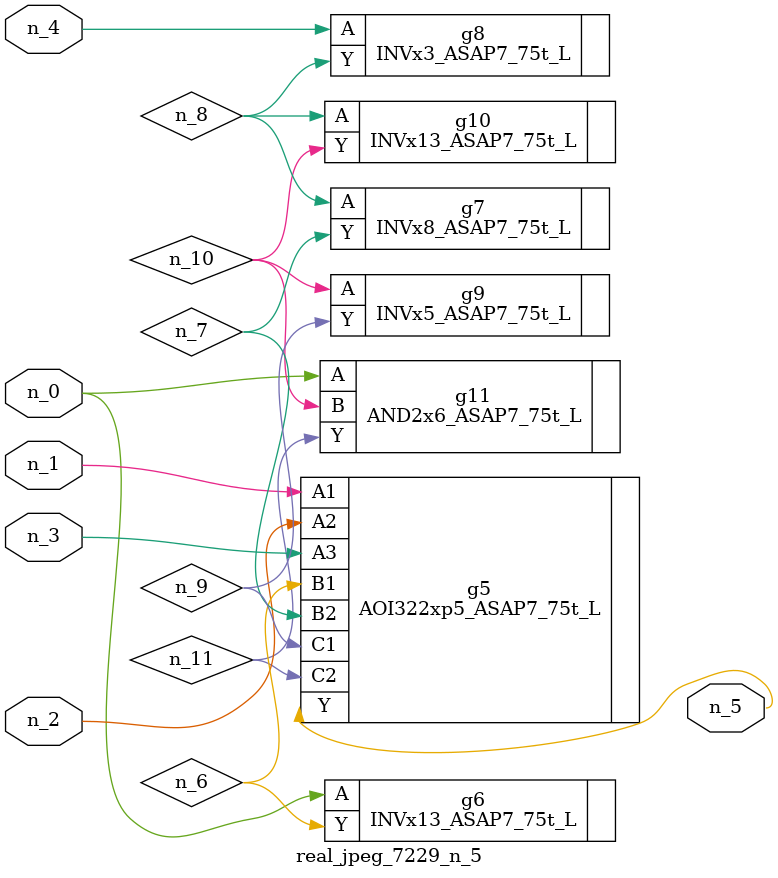
<source format=v>
module real_jpeg_7229_n_5 (n_4, n_0, n_1, n_2, n_3, n_5);

input n_4;
input n_0;
input n_1;
input n_2;
input n_3;

output n_5;

wire n_8;
wire n_11;
wire n_6;
wire n_7;
wire n_10;
wire n_9;

INVx13_ASAP7_75t_L g6 ( 
.A(n_0),
.Y(n_6)
);

AND2x6_ASAP7_75t_L g11 ( 
.A(n_0),
.B(n_10),
.Y(n_11)
);

AOI322xp5_ASAP7_75t_L g5 ( 
.A1(n_1),
.A2(n_2),
.A3(n_3),
.B1(n_6),
.B2(n_7),
.C1(n_9),
.C2(n_11),
.Y(n_5)
);

INVx3_ASAP7_75t_L g8 ( 
.A(n_4),
.Y(n_8)
);

INVx8_ASAP7_75t_L g7 ( 
.A(n_8),
.Y(n_7)
);

INVx13_ASAP7_75t_L g10 ( 
.A(n_8),
.Y(n_10)
);

INVx5_ASAP7_75t_L g9 ( 
.A(n_10),
.Y(n_9)
);


endmodule
</source>
